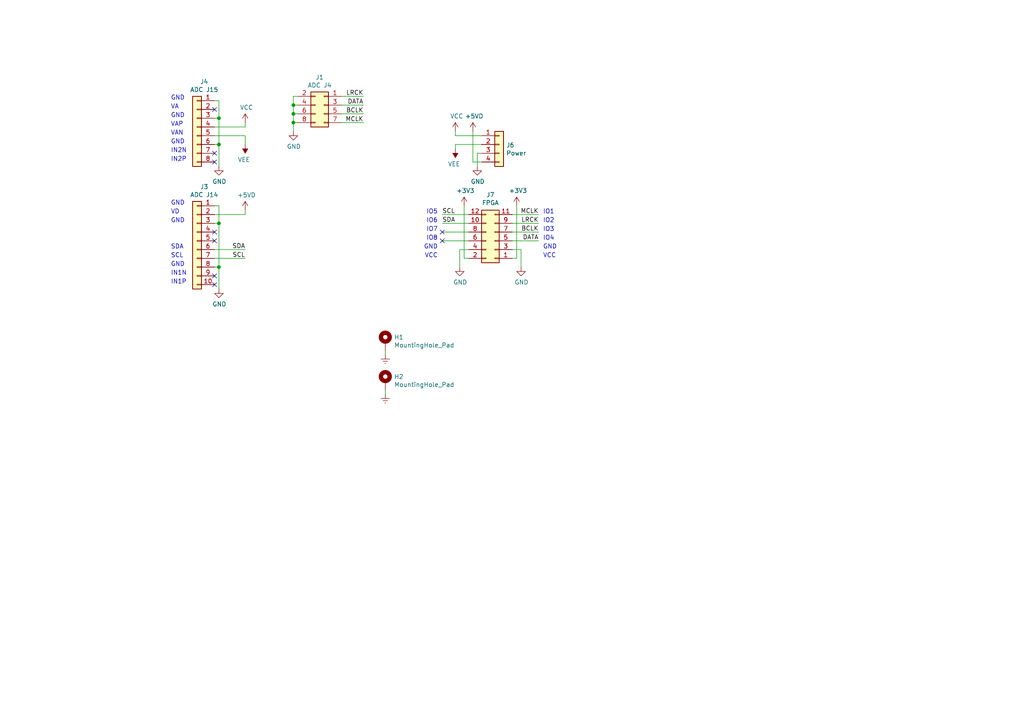
<source format=kicad_sch>
(kicad_sch (version 20211123) (generator eeschema)
  (paper "A4")
  (lib_symbols
    (symbol "Connector_Generic:Conn_01x04" (pin_names (offset 1.016) hide)
      (property "Reference" "J" (at 0 5.08 0))
      (property "Value" "Conn_01x04" (at 0 -7.62 0))
      (symbol "Conn_01x04_1_1"
        (rectangle (start -1.27 -4.953) (end 0 -5.207) (stroke (width 0.1524)))
        (rectangle (start -1.27 -2.413) (end 0 -2.667) (stroke (width 0.1524)))
        (rectangle (start -1.27 0.127) (end 0 -0.127) (stroke (width 0.1524)))
        (rectangle (start -1.27 2.667) (end 0 2.413) (stroke (width 0.1524)))
        (rectangle (start -1.27 3.81) (end 1.27 -6.35) (stroke (width 0.254)) (fill (type background)))
        (pin passive line (at -5.08 2.54 0) (length 3.81) (name "Pin_1") (number "1"))
        (pin passive line (at -5.08 0 0) (length 3.81) (name "Pin_2") (number "2"))
        (pin passive line (at -5.08 -2.54 0) (length 3.81) (name "Pin_3") (number "3"))
        (pin passive line (at -5.08 -5.08 0) (length 3.81) (name "Pin_4") (number "4"))
      )
    )
    (symbol "Connector_Generic:Conn_01x08" (pin_names (offset 1.016) hide)
      (property "Reference" "J" (at 0 10.16 0))
      (property "Value" "Conn_01x08" (at 0 -12.7 0))
      (symbol "Conn_01x08_1_1"
        (rectangle (start -1.27 -10.033) (end 0 -10.287) (stroke (width 0.1524)))
        (rectangle (start -1.27 -7.493) (end 0 -7.747) (stroke (width 0.1524)))
        (rectangle (start -1.27 -4.953) (end 0 -5.207) (stroke (width 0.1524)))
        (rectangle (start -1.27 -2.413) (end 0 -2.667) (stroke (width 0.1524)))
        (rectangle (start -1.27 0.127) (end 0 -0.127) (stroke (width 0.1524)))
        (rectangle (start -1.27 2.667) (end 0 2.413) (stroke (width 0.1524)))
        (rectangle (start -1.27 5.207) (end 0 4.953) (stroke (width 0.1524)))
        (rectangle (start -1.27 7.747) (end 0 7.493) (stroke (width 0.1524)))
        (rectangle (start -1.27 8.89) (end 1.27 -11.43) (stroke (width 0.254)) (fill (type background)))
        (pin passive line (at -5.08 7.62 0) (length 3.81) (name "Pin_1") (number "1"))
        (pin passive line (at -5.08 5.08 0) (length 3.81) (name "Pin_2") (number "2"))
        (pin passive line (at -5.08 2.54 0) (length 3.81) (name "Pin_3") (number "3"))
        (pin passive line (at -5.08 0 0) (length 3.81) (name "Pin_4") (number "4"))
        (pin passive line (at -5.08 -2.54 0) (length 3.81) (name "Pin_5") (number "5"))
        (pin passive line (at -5.08 -5.08 0) (length 3.81) (name "Pin_6") (number "6"))
        (pin passive line (at -5.08 -7.62 0) (length 3.81) (name "Pin_7") (number "7"))
        (pin passive line (at -5.08 -10.16 0) (length 3.81) (name "Pin_8") (number "8"))
      )
    )
    (symbol "Connector_Generic:Conn_01x10" (pin_names (offset 1.016) hide)
      (property "Reference" "J" (at 0 12.7 0))
      (property "Value" "Conn_01x10" (at 0 -15.24 0))
      (symbol "Conn_01x10_1_1"
        (rectangle (start -1.27 -12.573) (end 0 -12.827) (stroke (width 0.1524)))
        (rectangle (start -1.27 -10.033) (end 0 -10.287) (stroke (width 0.1524)))
        (rectangle (start -1.27 -7.493) (end 0 -7.747) (stroke (width 0.1524)))
        (rectangle (start -1.27 -4.953) (end 0 -5.207) (stroke (width 0.1524)))
        (rectangle (start -1.27 -2.413) (end 0 -2.667) (stroke (width 0.1524)))
        (rectangle (start -1.27 0.127) (end 0 -0.127) (stroke (width 0.1524)))
        (rectangle (start -1.27 2.667) (end 0 2.413) (stroke (width 0.1524)))
        (rectangle (start -1.27 5.207) (end 0 4.953) (stroke (width 0.1524)))
        (rectangle (start -1.27 7.747) (end 0 7.493) (stroke (width 0.1524)))
        (rectangle (start -1.27 10.287) (end 0 10.033) (stroke (width 0.1524)))
        (rectangle (start -1.27 11.43) (end 1.27 -13.97) (stroke (width 0.254)) (fill (type background)))
        (pin passive line (at -5.08 10.16 0) (length 3.81) (name "Pin_1") (number "1"))
        (pin passive line (at -5.08 -12.7 0) (length 3.81) (name "Pin_10") (number "10"))
        (pin passive line (at -5.08 7.62 0) (length 3.81) (name "Pin_2") (number "2"))
        (pin passive line (at -5.08 5.08 0) (length 3.81) (name "Pin_3") (number "3"))
        (pin passive line (at -5.08 2.54 0) (length 3.81) (name "Pin_4") (number "4"))
        (pin passive line (at -5.08 0 0) (length 3.81) (name "Pin_5") (number "5"))
        (pin passive line (at -5.08 -2.54 0) (length 3.81) (name "Pin_6") (number "6"))
        (pin passive line (at -5.08 -5.08 0) (length 3.81) (name "Pin_7") (number "7"))
        (pin passive line (at -5.08 -7.62 0) (length 3.81) (name "Pin_8") (number "8"))
        (pin passive line (at -5.08 -10.16 0) (length 3.81) (name "Pin_9") (number "9"))
      )
    )
    (symbol "Connector_Generic:Conn_02x04_Odd_Even" (pin_names (offset 1.016) hide)
      (property "Reference" "J" (at 1.27 5.08 0))
      (property "Value" "Conn_02x04_Odd_Even" (at 1.27 -7.62 0))
      (symbol "Conn_02x04_Odd_Even_1_1"
        (rectangle (start -1.27 -4.953) (end 0 -5.207) (stroke (width 0.1524)))
        (rectangle (start -1.27 -2.413) (end 0 -2.667) (stroke (width 0.1524)))
        (rectangle (start -1.27 0.127) (end 0 -0.127) (stroke (width 0.1524)))
        (rectangle (start -1.27 2.667) (end 0 2.413) (stroke (width 0.1524)))
        (rectangle (start -1.27 3.81) (end 3.81 -6.35) (stroke (width 0.254)) (fill (type background)))
        (rectangle (start 3.81 -4.953) (end 2.54 -5.207) (stroke (width 0.1524)))
        (rectangle (start 3.81 -2.413) (end 2.54 -2.667) (stroke (width 0.1524)))
        (rectangle (start 3.81 0.127) (end 2.54 -0.127) (stroke (width 0.1524)))
        (rectangle (start 3.81 2.667) (end 2.54 2.413) (stroke (width 0.1524)))
        (pin passive line (at -5.08 2.54 0) (length 3.81) (name "Pin_1") (number "1"))
        (pin passive line (at 7.62 2.54 180) (length 3.81) (name "Pin_2") (number "2"))
        (pin passive line (at -5.08 0 0) (length 3.81) (name "Pin_3") (number "3"))
        (pin passive line (at 7.62 0 180) (length 3.81) (name "Pin_4") (number "4"))
        (pin passive line (at -5.08 -2.54 0) (length 3.81) (name "Pin_5") (number "5"))
        (pin passive line (at 7.62 -2.54 180) (length 3.81) (name "Pin_6") (number "6"))
        (pin passive line (at -5.08 -5.08 0) (length 3.81) (name "Pin_7") (number "7"))
        (pin passive line (at 7.62 -5.08 180) (length 3.81) (name "Pin_8") (number "8"))
      )
    )
    (symbol "Connector_Generic:Conn_02x06_Odd_Even" (pin_names (offset 1.016) hide)
      (property "Reference" "J" (at 1.27 7.62 0))
      (property "Value" "Conn_02x06_Odd_Even" (at 1.27 -10.16 0))
      (symbol "Conn_02x06_Odd_Even_1_1"
        (rectangle (start -1.27 -7.493) (end 0 -7.747) (stroke (width 0.1524)))
        (rectangle (start -1.27 -4.953) (end 0 -5.207) (stroke (width 0.1524)))
        (rectangle (start -1.27 -2.413) (end 0 -2.667) (stroke (width 0.1524)))
        (rectangle (start -1.27 0.127) (end 0 -0.127) (stroke (width 0.1524)))
        (rectangle (start -1.27 2.667) (end 0 2.413) (stroke (width 0.1524)))
        (rectangle (start -1.27 5.207) (end 0 4.953) (stroke (width 0.1524)))
        (rectangle (start -1.27 6.35) (end 3.81 -8.89) (stroke (width 0.254)) (fill (type background)))
        (rectangle (start 3.81 -7.493) (end 2.54 -7.747) (stroke (width 0.1524)))
        (rectangle (start 3.81 -4.953) (end 2.54 -5.207) (stroke (width 0.1524)))
        (rectangle (start 3.81 -2.413) (end 2.54 -2.667) (stroke (width 0.1524)))
        (rectangle (start 3.81 0.127) (end 2.54 -0.127) (stroke (width 0.1524)))
        (rectangle (start 3.81 2.667) (end 2.54 2.413) (stroke (width 0.1524)))
        (rectangle (start 3.81 5.207) (end 2.54 4.953) (stroke (width 0.1524)))
        (pin passive line (at -5.08 5.08 0) (length 3.81) (name "Pin_1") (number "1"))
        (pin passive line (at 7.62 -5.08 180) (length 3.81) (name "Pin_10") (number "10"))
        (pin passive line (at -5.08 -7.62 0) (length 3.81) (name "Pin_11") (number "11"))
        (pin passive line (at 7.62 -7.62 180) (length 3.81) (name "Pin_12") (number "12"))
        (pin passive line (at 7.62 5.08 180) (length 3.81) (name "Pin_2") (number "2"))
        (pin passive line (at -5.08 2.54 0) (length 3.81) (name "Pin_3") (number "3"))
        (pin passive line (at 7.62 2.54 180) (length 3.81) (name "Pin_4") (number "4"))
        (pin passive line (at -5.08 0 0) (length 3.81) (name "Pin_5") (number "5"))
        (pin passive line (at 7.62 0 180) (length 3.81) (name "Pin_6") (number "6"))
        (pin passive line (at -5.08 -2.54 0) (length 3.81) (name "Pin_7") (number "7"))
        (pin passive line (at 7.62 -2.54 180) (length 3.81) (name "Pin_8") (number "8"))
        (pin passive line (at -5.08 -5.08 0) (length 3.81) (name "Pin_9") (number "9"))
      )
    )
    (symbol "Mechanical:MountingHole_Pad" (pin_numbers hide) (pin_names (offset 1.016) hide)
      (property "Reference" "H" (at 0 6.35 0))
      (property "Value" "MountingHole_Pad" (at 0 4.445 0))
      (symbol "MountingHole_Pad_0_1"
        (circle (center 0 1.27) (radius 1.27) (stroke (width 1.27)))
      )
      (symbol "MountingHole_Pad_1_1"
        (pin input line (at 0 -2.54 90) (length 2.54) (name "1") (number "1"))
      )
    )
    (symbol "power:+3V3" (power) (pin_names (offset 0))
      (property "Value" "+3V3" (at 0 3.556 0))
      (symbol "+3V3_0_1"
        (polyline (pts (xy -0.762 1.27) (xy 0 2.54)))
        (polyline (pts (xy 0 0) (xy 0 2.54)))
        (polyline (pts (xy 0 2.54) (xy 0.762 1.27)))
      )
      (symbol "+3V3_1_1"
        (pin power_in line (at 0 0 90) (length 0) hide (name "+3V3") (number "1"))
      )
    )
    (symbol "power:+5VD" (power) (pin_names (offset 0))
      (property "Value" "+5VD" (at 0 3.556 0))
      (symbol "+5VD_0_1"
        (polyline (pts (xy -0.762 1.27) (xy 0 2.54)))
        (polyline (pts (xy 0 0) (xy 0 2.54)))
        (polyline (pts (xy 0 2.54) (xy 0.762 1.27)))
      )
      (symbol "+5VD_1_1"
        (pin power_in line (at 0 0 90) (length 0) hide (name "+5VD") (number "1"))
      )
    )
    (symbol "power:Earth" (power) (pin_names (offset 0))
      (symbol "Earth_0_1"
        (polyline (pts (xy -0.635 -1.905) (xy 0.635 -1.905)))
        (polyline (pts (xy -0.127 -2.54) (xy 0.127 -2.54)))
        (polyline (pts (xy 0 -1.27) (xy 0 0)))
        (polyline (pts (xy 1.27 -1.27) (xy -1.27 -1.27)))
      )
      (symbol "Earth_1_1"
        (pin power_in line (at 0 0 270) (length 0) hide (name "Earth") (number "1"))
      )
    )
    (symbol "power:GND" (power) (pin_names (offset 0))
      (property "Value" "GND" (at 0 -3.81 0))
      (symbol "GND_0_1"
        (polyline (pts (xy 0 0) (xy 0 -1.27) (xy 1.27 -1.27) (xy 0 -2.54) (xy -1.27 -1.27) (xy 0 -1.27)))
      )
      (symbol "GND_1_1"
        (pin power_in line (at 0 0 270) (length 0) hide (name "GND") (number "1"))
      )
    )
    (symbol "power:VCC" (power) (pin_names (offset 0))
      (property "Value" "VCC" (at 0 3.81 0))
      (symbol "VCC_0_1"
        (polyline (pts (xy -0.762 1.27) (xy 0 2.54)))
        (polyline (pts (xy 0 0) (xy 0 2.54)))
        (polyline (pts (xy 0 2.54) (xy 0.762 1.27)))
      )
      (symbol "VCC_1_1"
        (pin power_in line (at 0 0 90) (length 0) hide (name "VCC") (number "1"))
      )
    )
    (symbol "power:VEE" (power) (pin_names (offset 0))
      (property "Value" "VEE" (at 0 3.81 0))
      (symbol "VEE_0_1"
        (polyline (pts (xy 0 0) (xy 0 2.54)))
        (polyline (pts (xy 0.762 1.27) (xy -0.762 1.27) (xy 0 2.54) (xy 0.762 1.27)) (fill (type outline)))
      )
      (symbol "VEE_1_1"
        (pin power_in line (at 0 0 90) (length 0) hide (name "VEE") (number "1"))
      )
    )
  )
  (junction (at 85.09 30.48))
  (junction (at 63.5 34.29))
  (junction (at 63.5 41.91))
  (junction (at 85.09 33.02))
  (junction (at 85.09 35.56))
  (junction (at 63.5 64.77))
  (junction (at 63.5 77.47))
  (no_connect (at 62.23 80.01))
  (no_connect (at 128.27 69.85))
  (no_connect (at 62.23 46.99))
  (no_connect (at 62.23 67.31))
  (no_connect (at 62.23 31.75))
  (no_connect (at 62.23 44.45))
  (no_connect (at 62.23 82.55))
  (no_connect (at 62.23 69.85))
  (no_connect (at 128.27 67.31))
  (wire (pts (xy 62.23 64.77) (xy 63.5 64.77)))
  (wire (pts (xy 133.35 72.39) (xy 133.35 77.47)))
  (wire (pts (xy 139.7 41.91) (xy 132.08 41.91)))
  (wire (pts (xy 62.23 59.69) (xy 63.5 59.69)))
  (wire (pts (xy 135.89 62.23) (xy 128.27 62.23)))
  (wire (pts (xy 128.27 64.77) (xy 135.89 64.77)))
  (wire (pts (xy 85.09 27.94) (xy 85.09 30.48)))
  (wire (pts (xy 85.09 35.56) (xy 85.09 38.1)))
  (wire (pts (xy 71.12 39.37) (xy 71.12 41.91)))
  (wire (pts (xy 63.5 77.47) (xy 63.5 83.82)))
  (wire (pts (xy 135.89 67.31) (xy 128.27 67.31)))
  (wire (pts (xy 62.23 39.37) (xy 71.12 39.37)))
  (wire (pts (xy 134.62 74.93) (xy 134.62 59.69)))
  (wire (pts (xy 105.41 35.56) (xy 99.06 35.56)))
  (wire (pts (xy 86.36 33.02) (xy 85.09 33.02)))
  (wire (pts (xy 86.36 35.56) (xy 85.09 35.56)))
  (wire (pts (xy 132.08 41.91) (xy 132.08 43.18)))
  (wire (pts (xy 63.5 59.69) (xy 63.5 64.77)))
  (wire (pts (xy 62.23 29.21) (xy 63.5 29.21)))
  (wire (pts (xy 135.89 74.93) (xy 134.62 74.93)))
  (wire (pts (xy 148.59 64.77) (xy 156.21 64.77)))
  (wire (pts (xy 111.76 114.3) (xy 111.76 113.03)))
  (wire (pts (xy 137.16 46.99) (xy 137.16 38.1)))
  (wire (pts (xy 63.5 41.91) (xy 63.5 48.26)))
  (wire (pts (xy 99.06 33.02) (xy 105.41 33.02)))
  (wire (pts (xy 148.59 69.85) (xy 156.21 69.85)))
  (wire (pts (xy 86.36 27.94) (xy 85.09 27.94)))
  (wire (pts (xy 148.59 74.93) (xy 149.86 74.93)))
  (wire (pts (xy 151.13 72.39) (xy 151.13 77.47)))
  (wire (pts (xy 63.5 29.21) (xy 63.5 34.29)))
  (wire (pts (xy 85.09 30.48) (xy 85.09 33.02)))
  (wire (pts (xy 132.08 39.37) (xy 132.08 38.1)))
  (wire (pts (xy 149.86 74.93) (xy 149.86 59.69)))
  (wire (pts (xy 86.36 30.48) (xy 85.09 30.48)))
  (wire (pts (xy 85.09 33.02) (xy 85.09 35.56)))
  (wire (pts (xy 63.5 64.77) (xy 63.5 77.47)))
  (wire (pts (xy 128.27 69.85) (xy 135.89 69.85)))
  (wire (pts (xy 62.23 36.83) (xy 71.12 36.83)))
  (wire (pts (xy 62.23 34.29) (xy 63.5 34.29)))
  (wire (pts (xy 148.59 67.31) (xy 156.21 67.31)))
  (wire (pts (xy 105.41 30.48) (xy 99.06 30.48)))
  (wire (pts (xy 62.23 41.91) (xy 63.5 41.91)))
  (wire (pts (xy 71.12 62.23) (xy 71.12 60.96)))
  (wire (pts (xy 138.43 44.45) (xy 138.43 48.26)))
  (wire (pts (xy 71.12 36.83) (xy 71.12 35.56)))
  (wire (pts (xy 63.5 34.29) (xy 63.5 41.91)))
  (wire (pts (xy 62.23 72.39) (xy 71.12 72.39)))
  (wire (pts (xy 148.59 72.39) (xy 151.13 72.39)))
  (wire (pts (xy 148.59 62.23) (xy 156.21 62.23)))
  (wire (pts (xy 62.23 77.47) (xy 63.5 77.47)))
  (wire (pts (xy 99.06 27.94) (xy 105.41 27.94)))
  (wire (pts (xy 62.23 62.23) (xy 71.12 62.23)))
  (wire (pts (xy 111.76 102.87) (xy 111.76 101.6)))
  (wire (pts (xy 139.7 44.45) (xy 138.43 44.45)))
  (wire (pts (xy 71.12 74.93) (xy 62.23 74.93)))
  (wire (pts (xy 139.7 46.99) (xy 137.16 46.99)))
  (wire (pts (xy 135.89 72.39) (xy 133.35 72.39)))
  (wire (pts (xy 139.7 39.37) (xy 132.08 39.37)))
  (text "IN2P" (at 49.53 46.99 0) (effects (font (size 1.27 1.27)) (justify left bottom)))
  (text "VAP" (at 49.53 36.83 0) (effects (font (size 1.27 1.27)) (justify left bottom)))
  (text "VA" (at 49.53 31.75 0) (effects (font (size 1.27 1.27)) (justify left bottom)))
  (text "IO1" (at 157.48 62.23 0) (effects (font (size 1.27 1.27)) (justify left bottom)))
  (text "IO7" (at 127 67.31 180) (effects (font (size 1.27 1.27)) (justify right bottom)))
  (text "GND" (at 49.53 29.21 0) (effects (font (size 1.27 1.27)) (justify left bottom)))
  (text "VD" (at 49.53 62.23 0) (effects (font (size 1.27 1.27)) (justify left bottom)))
  (text "IN1N" (at 49.53 80.01 0) (effects (font (size 1.27 1.27)) (justify left bottom)))
  (text "GND" (at 127 72.39 180) (effects (font (size 1.27 1.27)) (justify right bottom)))
  (text "VAN" (at 49.53 39.37 0) (effects (font (size 1.27 1.27)) (justify left bottom)))
  (text "SDA" (at 49.53 72.39 0) (effects (font (size 1.27 1.27)) (justify left bottom)))
  (text "IO8" (at 127 69.85 180) (effects (font (size 1.27 1.27)) (justify right bottom)))
  (text "VCC" (at 127 74.93 180) (effects (font (size 1.27 1.27)) (justify right bottom)))
  (text "IO4" (at 157.48 69.85 0) (effects (font (size 1.27 1.27)) (justify left bottom)))
  (text "GND" (at 49.53 64.77 0) (effects (font (size 1.27 1.27)) (justify left bottom)))
  (text "GND" (at 49.53 77.47 0) (effects (font (size 1.27 1.27)) (justify left bottom)))
  (text "IO5" (at 127 62.23 180) (effects (font (size 1.27 1.27)) (justify right bottom)))
  (text "GND" (at 49.53 59.69 0) (effects (font (size 1.27 1.27)) (justify left bottom)))
  (text "SCL" (at 49.53 74.93 0) (effects (font (size 1.27 1.27)) (justify left bottom)))
  (text "VCC" (at 157.48 74.93 0) (effects (font (size 1.27 1.27)) (justify left bottom)))
  (text "IN2N" (at 49.53 44.45 0) (effects (font (size 1.27 1.27)) (justify left bottom)))
  (text "GND" (at 49.53 41.91 0) (effects (font (size 1.27 1.27)) (justify left bottom)))
  (text "IO2" (at 157.48 64.77 0) (effects (font (size 1.27 1.27)) (justify left bottom)))
  (text "IO3" (at 157.48 67.31 0) (effects (font (size 1.27 1.27)) (justify left bottom)))
  (text "GND" (at 157.48 72.39 0) (effects (font (size 1.27 1.27)) (justify left bottom)))
  (text "IN1P" (at 49.53 82.55 0) (effects (font (size 1.27 1.27)) (justify left bottom)))
  (text "IO6" (at 127 64.77 180) (effects (font (size 1.27 1.27)) (justify right bottom)))
  (text "GND" (at 49.53 34.29 0) (effects (font (size 1.27 1.27)) (justify left bottom)))
  (label "LRCK" (at 156.21 64.77 180))
  (label "BCLK" (at 156.21 67.31 180))
  (label "DATA" (at 156.21 69.85 180))
  (label "SCL" (at 71.12 74.93 180))
  (label "LRCK" (at 105.41 27.94 180))
  (label "MCLK" (at 105.41 35.56 180))
  (label "BCLK" (at 105.41 33.02 180))
  (label "SDA" (at 71.12 72.39 180))
  (label "DATA" (at 105.41 30.48 180))
  (label "SCL" (at 128.27 62.23 0))
  (label "SDA" (at 128.27 64.77 0))
  (label "MCLK" (at 156.21 62.23 180))
  (symbol (lib_id "power:VEE") (at 71.12 41.91 180) (unit 1)
    (property "Reference" "#PWR0110" (effects hide))
    (property "Value" "VEE" (at 70.739 46.3042 0))
  )
  (symbol (lib_id "power:VCC") (at 71.12 35.56 0) (unit 1)
    (property "Reference" "#PWR0111" (effects hide))
    (property "Value" "VCC" (at 71.501 31.1658 0))
  )
  (symbol (lib_id "power:+5VD") (at 71.12 60.96 0) (unit 1)
    (property "Reference" "#PWR0114" (effects hide))
    (property "Value" "+5VD" (at 71.501 56.5658 0))
  )
  (symbol (lib_id "Connector_Generic:Conn_01x04") (at 144.78 41.91 0) (unit 1)
    (property "Reference" "J6" (at 146.812 42.1132 0) (effects (justify left)))
    (property "Value" "Power" (at 146.812 44.4246 0) (effects (justify left)))
    (property "Footprint" "Connector_JST:JST_VH_B4PS-VH_1x04_P3.96mm_Horizontal" (effects hide))
  )
  (symbol (lib_id "power:VCC") (at 132.08 38.1 0) (unit 1)
    (property "Reference" "#PWR0118" (effects hide))
    (property "Value" "VCC" (at 132.461 33.7058 0))
  )
  (symbol (lib_id "power:GND") (at 138.43 48.26 0) (unit 1)
    (property "Reference" "#PWR0119" (effects hide))
    (property "Value" "GND" (at 138.557 52.6542 0))
  )
  (symbol (lib_id "power:VEE") (at 132.08 43.18 180) (unit 1)
    (property "Reference" "#PWR0120" (effects hide))
    (property "Value" "VEE" (at 131.699 47.5742 0))
  )
  (symbol (lib_id "power:+5VD") (at 137.16 38.1 0) (unit 1)
    (property "Reference" "#PWR0121" (effects hide))
    (property "Value" "+5VD" (at 137.541 33.7058 0))
  )
  (symbol (lib_id "power:GND") (at 133.35 77.47 0) (unit 1)
    (property "Reference" "#PWR0122" (effects hide))
    (property "Value" "GND" (at 133.477 81.8642 0))
  )
  (symbol (lib_id "power:GND") (at 151.13 77.47 0) (unit 1)
    (property "Reference" "#PWR0123" (effects hide))
    (property "Value" "GND" (at 151.257 81.8642 0))
  )
  (symbol (lib_id "power:+3V3") (at 134.62 59.69 0) (unit 1)
    (property "Reference" "#PWR0124" (effects hide))
    (property "Value" "+3V3" (at 135.001 55.2958 0))
  )
  (symbol (lib_id "power:+3V3") (at 149.86 59.69 0) (unit 1)
    (property "Reference" "#PWR0125" (effects hide))
    (property "Value" "+3V3" (at 150.241 55.2958 0))
  )
  (symbol (lib_id "Connector_Generic:Conn_02x06_Odd_Even") (at 143.51 69.85 180) (unit 1)
    (property "Reference" "J7" (at 142.24 56.515 0))
    (property "Value" "FPGA" (at 142.24 58.8264 0))
    (property "Footprint" "Connector_PinHeader_2.54mm:PinHeader_2x06_P2.54mm_Horizontal" (effects hide))
  )
  (symbol (lib_id "Mechanical:MountingHole_Pad") (at 111.76 99.06 0) (unit 1)
    (property "Reference" "H1" (at 114.3 97.8154 0) (effects (justify left)))
    (property "Value" "MountingHole_Pad" (at 114.3 100.1268 0) (effects (justify left)))
    (property "Footprint" "MountingHole:MountingHole_3.2mm_M3_DIN965_Pad" (effects hide))
  )
  (symbol (lib_id "power:Earth") (at 111.76 102.87 0) (unit 1)
    (property "Reference" "#PWR0101" (effects hide))
    (property "Value" "Earth" (effects hide))
  )
  (symbol (lib_id "Mechanical:MountingHole_Pad") (at 111.76 110.49 0) (unit 1)
    (property "Reference" "H2" (at 114.3 109.2454 0) (effects (justify left)))
    (property "Value" "MountingHole_Pad" (at 114.3 111.5568 0) (effects (justify left)))
    (property "Footprint" "MountingHole:MountingHole_3.2mm_M3_DIN965_Pad" (effects hide))
  )
  (symbol (lib_id "power:Earth") (at 111.76 114.3 0) (unit 1)
    (property "Reference" "#PWR0102" (effects hide))
    (property "Value" "Earth" (effects hide))
  )
  (symbol (lib_id "Connector_Generic:Conn_01x08") (at 57.15 36.83 0) (mirror y) (unit 1)
    (property "Reference" "J4" (at 59.2328 23.6982 0))
    (property "Value" "ADC J15" (at 59.2328 26.0096 0))
    (property "Footprint" "Connector_PinSocket_2.54mm:PinSocket_1x08_P2.54mm_Vertical" (effects hide))
  )
  (symbol (lib_id "Connector_Generic:Conn_01x10") (at 57.15 69.85 0) (mirror y) (unit 1)
    (property "Reference" "J3" (at 59.2328 54.1782 0))
    (property "Value" "ADC J14" (at 59.2328 56.4896 0))
    (property "Footprint" "Connector_PinSocket_2.54mm:PinSocket_1x10_P2.54mm_Vertical" (effects hide))
  )
  (symbol (lib_id "Connector_Generic:Conn_02x04_Odd_Even") (at 93.98 30.48 0) (mirror y) (unit 1)
    (property "Reference" "J1" (at 92.71 22.4282 0))
    (property "Value" "ADC J4" (at 92.71 24.7396 0))
    (property "Footprint" "Connector_PinSocket_2.54mm:PinSocket_2x04_P2.54mm_Vertical" (effects hide))
  )
  (symbol (lib_id "power:GND") (at 85.09 38.1 0) (unit 1)
    (property "Reference" "#PWR0105" (effects hide))
    (property "Value" "GND" (at 85.217 42.4942 0))
  )
  (symbol (lib_id "power:GND") (at 63.5 48.26 0) (unit 1)
    (property "Reference" "#PWR0106" (effects hide))
    (property "Value" "GND" (at 63.627 52.6542 0))
  )
  (symbol (lib_id "power:GND") (at 63.5 83.82 0) (unit 1)
    (property "Reference" "#PWR0107" (effects hide))
    (property "Value" "GND" (at 63.627 88.2142 0))
  )
)
</source>
